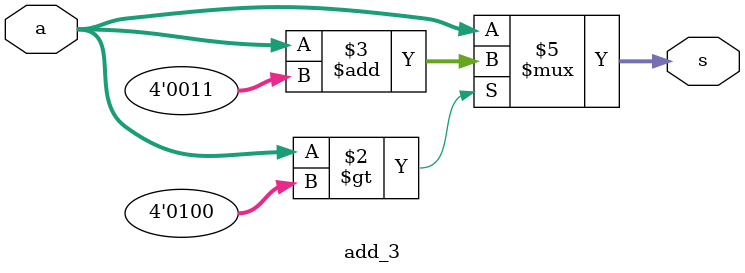
<source format=v>
`timescale 1ns / 1ps


module add_3(
    input [3:0] a,
    output reg [3:0] s
    );
    always @(a)
    begin
    if (a > 4'b0100)
    begin
        s = a + 4'b0011;
    end
    else
    begin
        s = a;
    end
    end
    
    
    
endmodule

</source>
